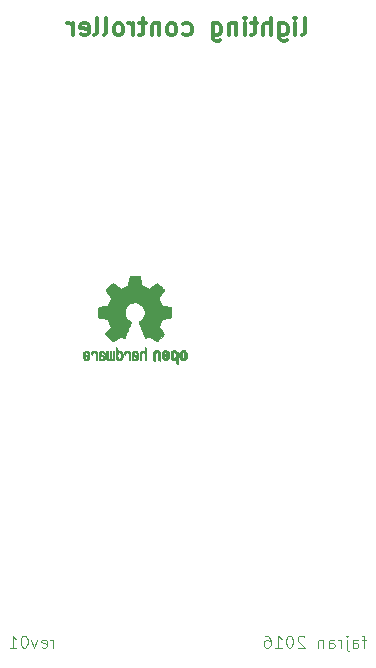
<source format=gbr>
G04 #@! TF.FileFunction,Legend,Bot*
%FSLAX46Y46*%
G04 Gerber Fmt 4.6, Leading zero omitted, Abs format (unit mm)*
G04 Created by KiCad (PCBNEW 4.0.3+e1-6302~38~ubuntu15.04.1-stable) date Sat Aug 27 17:27:27 2016*
%MOMM*%
%LPD*%
G01*
G04 APERTURE LIST*
%ADD10C,0.100000*%
%ADD11C,0.300000*%
%ADD12C,0.010000*%
G04 APERTURE END LIST*
D10*
X68674763Y-102052381D02*
X68674763Y-101385714D01*
X68674763Y-101576190D02*
X68627144Y-101480952D01*
X68579525Y-101433333D01*
X68484287Y-101385714D01*
X68389048Y-101385714D01*
X67674762Y-102004762D02*
X67770000Y-102052381D01*
X67960477Y-102052381D01*
X68055715Y-102004762D01*
X68103334Y-101909524D01*
X68103334Y-101528571D01*
X68055715Y-101433333D01*
X67960477Y-101385714D01*
X67770000Y-101385714D01*
X67674762Y-101433333D01*
X67627143Y-101528571D01*
X67627143Y-101623810D01*
X68103334Y-101719048D01*
X67293810Y-101385714D02*
X67055715Y-102052381D01*
X66817619Y-101385714D01*
X66246191Y-101052381D02*
X66150952Y-101052381D01*
X66055714Y-101100000D01*
X66008095Y-101147619D01*
X65960476Y-101242857D01*
X65912857Y-101433333D01*
X65912857Y-101671429D01*
X65960476Y-101861905D01*
X66008095Y-101957143D01*
X66055714Y-102004762D01*
X66150952Y-102052381D01*
X66246191Y-102052381D01*
X66341429Y-102004762D01*
X66389048Y-101957143D01*
X66436667Y-101861905D01*
X66484286Y-101671429D01*
X66484286Y-101433333D01*
X66436667Y-101242857D01*
X66389048Y-101147619D01*
X66341429Y-101100000D01*
X66246191Y-101052381D01*
X64960476Y-102052381D02*
X65531905Y-102052381D01*
X65246191Y-102052381D02*
X65246191Y-101052381D01*
X65341429Y-101195238D01*
X65436667Y-101290476D01*
X65531905Y-101338095D01*
X95154762Y-101385714D02*
X94773810Y-101385714D01*
X95011905Y-102052381D02*
X95011905Y-101195238D01*
X94964286Y-101100000D01*
X94869048Y-101052381D01*
X94773810Y-101052381D01*
X94011904Y-102052381D02*
X94011904Y-101528571D01*
X94059523Y-101433333D01*
X94154761Y-101385714D01*
X94345238Y-101385714D01*
X94440476Y-101433333D01*
X94011904Y-102004762D02*
X94107142Y-102052381D01*
X94345238Y-102052381D01*
X94440476Y-102004762D01*
X94488095Y-101909524D01*
X94488095Y-101814286D01*
X94440476Y-101719048D01*
X94345238Y-101671429D01*
X94107142Y-101671429D01*
X94011904Y-101623810D01*
X93535714Y-101385714D02*
X93535714Y-102242857D01*
X93583333Y-102338095D01*
X93678571Y-102385714D01*
X93726190Y-102385714D01*
X93535714Y-101052381D02*
X93583333Y-101100000D01*
X93535714Y-101147619D01*
X93488095Y-101100000D01*
X93535714Y-101052381D01*
X93535714Y-101147619D01*
X93059524Y-102052381D02*
X93059524Y-101385714D01*
X93059524Y-101576190D02*
X93011905Y-101480952D01*
X92964286Y-101433333D01*
X92869048Y-101385714D01*
X92773809Y-101385714D01*
X92011904Y-102052381D02*
X92011904Y-101528571D01*
X92059523Y-101433333D01*
X92154761Y-101385714D01*
X92345238Y-101385714D01*
X92440476Y-101433333D01*
X92011904Y-102004762D02*
X92107142Y-102052381D01*
X92345238Y-102052381D01*
X92440476Y-102004762D01*
X92488095Y-101909524D01*
X92488095Y-101814286D01*
X92440476Y-101719048D01*
X92345238Y-101671429D01*
X92107142Y-101671429D01*
X92011904Y-101623810D01*
X91535714Y-101385714D02*
X91535714Y-102052381D01*
X91535714Y-101480952D02*
X91488095Y-101433333D01*
X91392857Y-101385714D01*
X91249999Y-101385714D01*
X91154761Y-101433333D01*
X91107142Y-101528571D01*
X91107142Y-102052381D01*
X89916666Y-101147619D02*
X89869047Y-101100000D01*
X89773809Y-101052381D01*
X89535713Y-101052381D01*
X89440475Y-101100000D01*
X89392856Y-101147619D01*
X89345237Y-101242857D01*
X89345237Y-101338095D01*
X89392856Y-101480952D01*
X89964285Y-102052381D01*
X89345237Y-102052381D01*
X88726190Y-101052381D02*
X88630951Y-101052381D01*
X88535713Y-101100000D01*
X88488094Y-101147619D01*
X88440475Y-101242857D01*
X88392856Y-101433333D01*
X88392856Y-101671429D01*
X88440475Y-101861905D01*
X88488094Y-101957143D01*
X88535713Y-102004762D01*
X88630951Y-102052381D01*
X88726190Y-102052381D01*
X88821428Y-102004762D01*
X88869047Y-101957143D01*
X88916666Y-101861905D01*
X88964285Y-101671429D01*
X88964285Y-101433333D01*
X88916666Y-101242857D01*
X88869047Y-101147619D01*
X88821428Y-101100000D01*
X88726190Y-101052381D01*
X87440475Y-102052381D02*
X88011904Y-102052381D01*
X87726190Y-102052381D02*
X87726190Y-101052381D01*
X87821428Y-101195238D01*
X87916666Y-101290476D01*
X88011904Y-101338095D01*
X86583332Y-101052381D02*
X86773809Y-101052381D01*
X86869047Y-101100000D01*
X86916666Y-101147619D01*
X87011904Y-101290476D01*
X87059523Y-101480952D01*
X87059523Y-101861905D01*
X87011904Y-101957143D01*
X86964285Y-102004762D01*
X86869047Y-102052381D01*
X86678570Y-102052381D01*
X86583332Y-102004762D01*
X86535713Y-101957143D01*
X86488094Y-101861905D01*
X86488094Y-101623810D01*
X86535713Y-101528571D01*
X86583332Y-101480952D01*
X86678570Y-101433333D01*
X86869047Y-101433333D01*
X86964285Y-101480952D01*
X87011904Y-101528571D01*
X87059523Y-101623810D01*
D11*
X89724285Y-50208571D02*
X89867143Y-50137143D01*
X89938571Y-49994286D01*
X89938571Y-48708571D01*
X89152857Y-50208571D02*
X89152857Y-49208571D01*
X89152857Y-48708571D02*
X89224286Y-48780000D01*
X89152857Y-48851429D01*
X89081429Y-48780000D01*
X89152857Y-48708571D01*
X89152857Y-48851429D01*
X87795714Y-49208571D02*
X87795714Y-50422857D01*
X87867143Y-50565714D01*
X87938571Y-50637143D01*
X88081428Y-50708571D01*
X88295714Y-50708571D01*
X88438571Y-50637143D01*
X87795714Y-50137143D02*
X87938571Y-50208571D01*
X88224285Y-50208571D01*
X88367143Y-50137143D01*
X88438571Y-50065714D01*
X88510000Y-49922857D01*
X88510000Y-49494286D01*
X88438571Y-49351429D01*
X88367143Y-49280000D01*
X88224285Y-49208571D01*
X87938571Y-49208571D01*
X87795714Y-49280000D01*
X87081428Y-50208571D02*
X87081428Y-48708571D01*
X86438571Y-50208571D02*
X86438571Y-49422857D01*
X86510000Y-49280000D01*
X86652857Y-49208571D01*
X86867142Y-49208571D01*
X87010000Y-49280000D01*
X87081428Y-49351429D01*
X85938571Y-49208571D02*
X85367142Y-49208571D01*
X85724285Y-48708571D02*
X85724285Y-49994286D01*
X85652857Y-50137143D01*
X85509999Y-50208571D01*
X85367142Y-50208571D01*
X84867142Y-50208571D02*
X84867142Y-49208571D01*
X84867142Y-48708571D02*
X84938571Y-48780000D01*
X84867142Y-48851429D01*
X84795714Y-48780000D01*
X84867142Y-48708571D01*
X84867142Y-48851429D01*
X84152856Y-49208571D02*
X84152856Y-50208571D01*
X84152856Y-49351429D02*
X84081428Y-49280000D01*
X83938570Y-49208571D01*
X83724285Y-49208571D01*
X83581428Y-49280000D01*
X83509999Y-49422857D01*
X83509999Y-50208571D01*
X82152856Y-49208571D02*
X82152856Y-50422857D01*
X82224285Y-50565714D01*
X82295713Y-50637143D01*
X82438570Y-50708571D01*
X82652856Y-50708571D01*
X82795713Y-50637143D01*
X82152856Y-50137143D02*
X82295713Y-50208571D01*
X82581427Y-50208571D01*
X82724285Y-50137143D01*
X82795713Y-50065714D01*
X82867142Y-49922857D01*
X82867142Y-49494286D01*
X82795713Y-49351429D01*
X82724285Y-49280000D01*
X82581427Y-49208571D01*
X82295713Y-49208571D01*
X82152856Y-49280000D01*
X79652856Y-50137143D02*
X79795713Y-50208571D01*
X80081427Y-50208571D01*
X80224285Y-50137143D01*
X80295713Y-50065714D01*
X80367142Y-49922857D01*
X80367142Y-49494286D01*
X80295713Y-49351429D01*
X80224285Y-49280000D01*
X80081427Y-49208571D01*
X79795713Y-49208571D01*
X79652856Y-49280000D01*
X78795713Y-50208571D02*
X78938571Y-50137143D01*
X79009999Y-50065714D01*
X79081428Y-49922857D01*
X79081428Y-49494286D01*
X79009999Y-49351429D01*
X78938571Y-49280000D01*
X78795713Y-49208571D01*
X78581428Y-49208571D01*
X78438571Y-49280000D01*
X78367142Y-49351429D01*
X78295713Y-49494286D01*
X78295713Y-49922857D01*
X78367142Y-50065714D01*
X78438571Y-50137143D01*
X78581428Y-50208571D01*
X78795713Y-50208571D01*
X77652856Y-49208571D02*
X77652856Y-50208571D01*
X77652856Y-49351429D02*
X77581428Y-49280000D01*
X77438570Y-49208571D01*
X77224285Y-49208571D01*
X77081428Y-49280000D01*
X77009999Y-49422857D01*
X77009999Y-50208571D01*
X76509999Y-49208571D02*
X75938570Y-49208571D01*
X76295713Y-48708571D02*
X76295713Y-49994286D01*
X76224285Y-50137143D01*
X76081427Y-50208571D01*
X75938570Y-50208571D01*
X75438570Y-50208571D02*
X75438570Y-49208571D01*
X75438570Y-49494286D02*
X75367142Y-49351429D01*
X75295713Y-49280000D01*
X75152856Y-49208571D01*
X75009999Y-49208571D01*
X74295713Y-50208571D02*
X74438571Y-50137143D01*
X74509999Y-50065714D01*
X74581428Y-49922857D01*
X74581428Y-49494286D01*
X74509999Y-49351429D01*
X74438571Y-49280000D01*
X74295713Y-49208571D01*
X74081428Y-49208571D01*
X73938571Y-49280000D01*
X73867142Y-49351429D01*
X73795713Y-49494286D01*
X73795713Y-49922857D01*
X73867142Y-50065714D01*
X73938571Y-50137143D01*
X74081428Y-50208571D01*
X74295713Y-50208571D01*
X72938570Y-50208571D02*
X73081428Y-50137143D01*
X73152856Y-49994286D01*
X73152856Y-48708571D01*
X72152856Y-50208571D02*
X72295714Y-50137143D01*
X72367142Y-49994286D01*
X72367142Y-48708571D01*
X71010000Y-50137143D02*
X71152857Y-50208571D01*
X71438571Y-50208571D01*
X71581428Y-50137143D01*
X71652857Y-49994286D01*
X71652857Y-49422857D01*
X71581428Y-49280000D01*
X71438571Y-49208571D01*
X71152857Y-49208571D01*
X71010000Y-49280000D01*
X70938571Y-49422857D01*
X70938571Y-49565714D01*
X71652857Y-49708571D01*
X70295714Y-50208571D02*
X70295714Y-49208571D01*
X70295714Y-49494286D02*
X70224286Y-49351429D01*
X70152857Y-49280000D01*
X70010000Y-49208571D01*
X69867143Y-49208571D01*
D12*
G36*
X78796114Y-76879505D02*
X78721461Y-76916727D01*
X78655569Y-76985261D01*
X78637423Y-77010648D01*
X78617655Y-77043866D01*
X78604828Y-77079945D01*
X78597490Y-77128098D01*
X78594187Y-77197536D01*
X78593462Y-77289206D01*
X78596737Y-77414830D01*
X78608123Y-77509154D01*
X78629959Y-77579523D01*
X78664581Y-77633286D01*
X78714330Y-77677788D01*
X78717986Y-77680423D01*
X78767015Y-77707377D01*
X78826055Y-77720712D01*
X78901141Y-77724000D01*
X79023205Y-77724000D01*
X79023256Y-77842497D01*
X79024392Y-77908492D01*
X79031314Y-77947202D01*
X79049402Y-77970419D01*
X79084038Y-77989933D01*
X79092355Y-77993920D01*
X79131280Y-78012603D01*
X79161417Y-78024403D01*
X79183826Y-78025422D01*
X79199567Y-78011761D01*
X79209698Y-77979522D01*
X79215277Y-77924804D01*
X79217365Y-77843711D01*
X79217019Y-77732344D01*
X79215300Y-77586802D01*
X79214763Y-77543269D01*
X79212828Y-77393205D01*
X79211096Y-77295042D01*
X79023308Y-77295042D01*
X79022252Y-77378364D01*
X79017562Y-77432880D01*
X79006949Y-77468837D01*
X78988128Y-77496482D01*
X78975350Y-77509965D01*
X78923110Y-77549417D01*
X78876858Y-77552628D01*
X78829133Y-77520049D01*
X78827923Y-77518846D01*
X78808506Y-77493668D01*
X78796693Y-77459447D01*
X78790735Y-77406748D01*
X78788880Y-77326131D01*
X78788846Y-77308271D01*
X78793330Y-77197175D01*
X78807926Y-77120161D01*
X78834350Y-77073147D01*
X78874317Y-77052050D01*
X78897416Y-77049923D01*
X78952238Y-77059900D01*
X78989842Y-77092752D01*
X79012477Y-77152857D01*
X79022394Y-77244598D01*
X79023308Y-77295042D01*
X79211096Y-77295042D01*
X79210778Y-77277060D01*
X79208127Y-77189679D01*
X79204394Y-77125905D01*
X79199093Y-77080582D01*
X79191742Y-77048555D01*
X79181857Y-77024668D01*
X79168954Y-77003764D01*
X79163421Y-76995898D01*
X79090031Y-76921595D01*
X78997240Y-76879467D01*
X78889904Y-76867722D01*
X78796114Y-76879505D01*
X78796114Y-76879505D01*
G37*
X78796114Y-76879505D02*
X78721461Y-76916727D01*
X78655569Y-76985261D01*
X78637423Y-77010648D01*
X78617655Y-77043866D01*
X78604828Y-77079945D01*
X78597490Y-77128098D01*
X78594187Y-77197536D01*
X78593462Y-77289206D01*
X78596737Y-77414830D01*
X78608123Y-77509154D01*
X78629959Y-77579523D01*
X78664581Y-77633286D01*
X78714330Y-77677788D01*
X78717986Y-77680423D01*
X78767015Y-77707377D01*
X78826055Y-77720712D01*
X78901141Y-77724000D01*
X79023205Y-77724000D01*
X79023256Y-77842497D01*
X79024392Y-77908492D01*
X79031314Y-77947202D01*
X79049402Y-77970419D01*
X79084038Y-77989933D01*
X79092355Y-77993920D01*
X79131280Y-78012603D01*
X79161417Y-78024403D01*
X79183826Y-78025422D01*
X79199567Y-78011761D01*
X79209698Y-77979522D01*
X79215277Y-77924804D01*
X79217365Y-77843711D01*
X79217019Y-77732344D01*
X79215300Y-77586802D01*
X79214763Y-77543269D01*
X79212828Y-77393205D01*
X79211096Y-77295042D01*
X79023308Y-77295042D01*
X79022252Y-77378364D01*
X79017562Y-77432880D01*
X79006949Y-77468837D01*
X78988128Y-77496482D01*
X78975350Y-77509965D01*
X78923110Y-77549417D01*
X78876858Y-77552628D01*
X78829133Y-77520049D01*
X78827923Y-77518846D01*
X78808506Y-77493668D01*
X78796693Y-77459447D01*
X78790735Y-77406748D01*
X78788880Y-77326131D01*
X78788846Y-77308271D01*
X78793330Y-77197175D01*
X78807926Y-77120161D01*
X78834350Y-77073147D01*
X78874317Y-77052050D01*
X78897416Y-77049923D01*
X78952238Y-77059900D01*
X78989842Y-77092752D01*
X79012477Y-77152857D01*
X79022394Y-77244598D01*
X79023308Y-77295042D01*
X79211096Y-77295042D01*
X79210778Y-77277060D01*
X79208127Y-77189679D01*
X79204394Y-77125905D01*
X79199093Y-77080582D01*
X79191742Y-77048555D01*
X79181857Y-77024668D01*
X79168954Y-77003764D01*
X79163421Y-76995898D01*
X79090031Y-76921595D01*
X78997240Y-76879467D01*
X78889904Y-76867722D01*
X78796114Y-76879505D01*
G36*
X77293336Y-76890089D02*
X77230633Y-76926358D01*
X77187039Y-76962358D01*
X77155155Y-77000075D01*
X77133190Y-77046199D01*
X77119351Y-77107421D01*
X77111847Y-77190431D01*
X77108883Y-77301919D01*
X77108539Y-77382062D01*
X77108539Y-77677065D01*
X77274615Y-77751515D01*
X77284385Y-77428402D01*
X77288421Y-77307729D01*
X77292656Y-77220141D01*
X77297903Y-77159650D01*
X77304975Y-77120268D01*
X77314689Y-77096007D01*
X77327856Y-77080880D01*
X77332081Y-77077606D01*
X77396091Y-77052034D01*
X77460792Y-77062153D01*
X77499308Y-77089000D01*
X77514975Y-77108024D01*
X77525820Y-77132988D01*
X77532712Y-77170834D01*
X77536521Y-77228502D01*
X77538117Y-77312935D01*
X77538385Y-77400928D01*
X77538437Y-77511323D01*
X77540328Y-77589463D01*
X77546655Y-77642165D01*
X77560017Y-77676242D01*
X77583015Y-77698511D01*
X77618246Y-77715787D01*
X77665303Y-77733738D01*
X77716697Y-77753278D01*
X77710579Y-77406485D01*
X77708116Y-77281468D01*
X77705233Y-77189082D01*
X77701102Y-77122881D01*
X77694893Y-77076420D01*
X77685774Y-77043256D01*
X77672917Y-77016944D01*
X77657416Y-76993729D01*
X77582629Y-76919569D01*
X77491372Y-76876684D01*
X77392117Y-76866412D01*
X77293336Y-76890089D01*
X77293336Y-76890089D01*
G37*
X77293336Y-76890089D02*
X77230633Y-76926358D01*
X77187039Y-76962358D01*
X77155155Y-77000075D01*
X77133190Y-77046199D01*
X77119351Y-77107421D01*
X77111847Y-77190431D01*
X77108883Y-77301919D01*
X77108539Y-77382062D01*
X77108539Y-77677065D01*
X77274615Y-77751515D01*
X77284385Y-77428402D01*
X77288421Y-77307729D01*
X77292656Y-77220141D01*
X77297903Y-77159650D01*
X77304975Y-77120268D01*
X77314689Y-77096007D01*
X77327856Y-77080880D01*
X77332081Y-77077606D01*
X77396091Y-77052034D01*
X77460792Y-77062153D01*
X77499308Y-77089000D01*
X77514975Y-77108024D01*
X77525820Y-77132988D01*
X77532712Y-77170834D01*
X77536521Y-77228502D01*
X77538117Y-77312935D01*
X77538385Y-77400928D01*
X77538437Y-77511323D01*
X77540328Y-77589463D01*
X77546655Y-77642165D01*
X77560017Y-77676242D01*
X77583015Y-77698511D01*
X77618246Y-77715787D01*
X77665303Y-77733738D01*
X77716697Y-77753278D01*
X77710579Y-77406485D01*
X77708116Y-77281468D01*
X77705233Y-77189082D01*
X77701102Y-77122881D01*
X77694893Y-77076420D01*
X77685774Y-77043256D01*
X77672917Y-77016944D01*
X77657416Y-76993729D01*
X77582629Y-76919569D01*
X77491372Y-76876684D01*
X77392117Y-76866412D01*
X77293336Y-76890089D01*
G36*
X79548114Y-76882256D02*
X79456536Y-76930409D01*
X79388951Y-77007905D01*
X79364943Y-77057727D01*
X79346262Y-77132533D01*
X79336699Y-77227052D01*
X79335792Y-77330210D01*
X79343079Y-77430935D01*
X79358097Y-77518153D01*
X79380385Y-77580791D01*
X79387235Y-77591579D01*
X79468368Y-77672105D01*
X79564734Y-77720336D01*
X79669299Y-77734450D01*
X79775032Y-77712629D01*
X79804457Y-77699547D01*
X79861759Y-77659231D01*
X79912050Y-77605775D01*
X79916803Y-77598995D01*
X79936122Y-77566321D01*
X79948892Y-77531394D01*
X79956436Y-77485414D01*
X79960076Y-77419584D01*
X79961135Y-77325105D01*
X79961154Y-77303923D01*
X79961106Y-77297182D01*
X79765769Y-77297182D01*
X79764632Y-77386349D01*
X79760159Y-77445520D01*
X79750754Y-77483741D01*
X79734824Y-77510053D01*
X79726692Y-77518846D01*
X79679942Y-77552261D01*
X79634553Y-77550737D01*
X79588660Y-77521752D01*
X79561288Y-77490809D01*
X79545077Y-77445643D01*
X79535974Y-77374420D01*
X79535349Y-77366114D01*
X79533796Y-77237037D01*
X79550035Y-77141172D01*
X79583848Y-77079107D01*
X79635016Y-77051432D01*
X79653280Y-77049923D01*
X79701240Y-77057513D01*
X79734047Y-77083808D01*
X79754105Y-77134095D01*
X79763822Y-77213664D01*
X79765769Y-77297182D01*
X79961106Y-77297182D01*
X79960426Y-77203249D01*
X79957371Y-77132906D01*
X79950678Y-77084163D01*
X79939040Y-77048288D01*
X79921147Y-77016548D01*
X79917192Y-77010648D01*
X79850733Y-76931104D01*
X79778315Y-76884929D01*
X79690151Y-76866599D01*
X79660213Y-76865703D01*
X79548114Y-76882256D01*
X79548114Y-76882256D01*
G37*
X79548114Y-76882256D02*
X79456536Y-76930409D01*
X79388951Y-77007905D01*
X79364943Y-77057727D01*
X79346262Y-77132533D01*
X79336699Y-77227052D01*
X79335792Y-77330210D01*
X79343079Y-77430935D01*
X79358097Y-77518153D01*
X79380385Y-77580791D01*
X79387235Y-77591579D01*
X79468368Y-77672105D01*
X79564734Y-77720336D01*
X79669299Y-77734450D01*
X79775032Y-77712629D01*
X79804457Y-77699547D01*
X79861759Y-77659231D01*
X79912050Y-77605775D01*
X79916803Y-77598995D01*
X79936122Y-77566321D01*
X79948892Y-77531394D01*
X79956436Y-77485414D01*
X79960076Y-77419584D01*
X79961135Y-77325105D01*
X79961154Y-77303923D01*
X79961106Y-77297182D01*
X79765769Y-77297182D01*
X79764632Y-77386349D01*
X79760159Y-77445520D01*
X79750754Y-77483741D01*
X79734824Y-77510053D01*
X79726692Y-77518846D01*
X79679942Y-77552261D01*
X79634553Y-77550737D01*
X79588660Y-77521752D01*
X79561288Y-77490809D01*
X79545077Y-77445643D01*
X79535974Y-77374420D01*
X79535349Y-77366114D01*
X79533796Y-77237037D01*
X79550035Y-77141172D01*
X79583848Y-77079107D01*
X79635016Y-77051432D01*
X79653280Y-77049923D01*
X79701240Y-77057513D01*
X79734047Y-77083808D01*
X79754105Y-77134095D01*
X79763822Y-77213664D01*
X79765769Y-77297182D01*
X79961106Y-77297182D01*
X79960426Y-77203249D01*
X79957371Y-77132906D01*
X79950678Y-77084163D01*
X79939040Y-77048288D01*
X79921147Y-77016548D01*
X79917192Y-77010648D01*
X79850733Y-76931104D01*
X79778315Y-76884929D01*
X79690151Y-76866599D01*
X79660213Y-76865703D01*
X79548114Y-76882256D01*
G36*
X78030746Y-76894745D02*
X77953714Y-76946567D01*
X77894184Y-77021412D01*
X77858622Y-77116654D01*
X77851429Y-77186756D01*
X77852246Y-77216009D01*
X77859086Y-77238407D01*
X77877888Y-77258474D01*
X77914592Y-77280733D01*
X77975138Y-77309709D01*
X78065466Y-77349927D01*
X78065923Y-77350129D01*
X78149067Y-77388210D01*
X78217247Y-77422025D01*
X78263495Y-77447933D01*
X78280842Y-77462295D01*
X78280846Y-77462411D01*
X78265557Y-77493685D01*
X78229804Y-77528157D01*
X78188758Y-77552990D01*
X78167963Y-77557923D01*
X78111230Y-77540862D01*
X78062373Y-77498133D01*
X78038535Y-77451155D01*
X78015603Y-77416522D01*
X77970682Y-77377081D01*
X77917877Y-77343009D01*
X77871290Y-77324480D01*
X77861548Y-77323462D01*
X77850582Y-77340215D01*
X77849921Y-77383039D01*
X77857980Y-77440781D01*
X77873173Y-77502289D01*
X77893914Y-77556409D01*
X77894962Y-77558510D01*
X77957379Y-77645660D01*
X78038274Y-77704939D01*
X78130144Y-77734034D01*
X78225487Y-77730634D01*
X78316802Y-77692428D01*
X78320862Y-77689741D01*
X78392694Y-77624642D01*
X78439927Y-77539705D01*
X78466066Y-77428021D01*
X78469574Y-77396643D01*
X78475787Y-77248536D01*
X78468339Y-77179468D01*
X78280846Y-77179468D01*
X78278410Y-77222552D01*
X78265086Y-77235126D01*
X78231868Y-77225719D01*
X78179506Y-77203483D01*
X78120976Y-77175610D01*
X78119521Y-77174872D01*
X78069911Y-77148777D01*
X78050000Y-77131363D01*
X78054910Y-77113107D01*
X78075584Y-77089120D01*
X78128181Y-77054406D01*
X78184823Y-77051856D01*
X78235631Y-77077119D01*
X78270724Y-77125847D01*
X78280846Y-77179468D01*
X78468339Y-77179468D01*
X78463008Y-77130036D01*
X78430222Y-77036055D01*
X78384579Y-76970215D01*
X78302198Y-76903681D01*
X78211454Y-76870676D01*
X78118815Y-76868573D01*
X78030746Y-76894745D01*
X78030746Y-76894745D01*
G37*
X78030746Y-76894745D02*
X77953714Y-76946567D01*
X77894184Y-77021412D01*
X77858622Y-77116654D01*
X77851429Y-77186756D01*
X77852246Y-77216009D01*
X77859086Y-77238407D01*
X77877888Y-77258474D01*
X77914592Y-77280733D01*
X77975138Y-77309709D01*
X78065466Y-77349927D01*
X78065923Y-77350129D01*
X78149067Y-77388210D01*
X78217247Y-77422025D01*
X78263495Y-77447933D01*
X78280842Y-77462295D01*
X78280846Y-77462411D01*
X78265557Y-77493685D01*
X78229804Y-77528157D01*
X78188758Y-77552990D01*
X78167963Y-77557923D01*
X78111230Y-77540862D01*
X78062373Y-77498133D01*
X78038535Y-77451155D01*
X78015603Y-77416522D01*
X77970682Y-77377081D01*
X77917877Y-77343009D01*
X77871290Y-77324480D01*
X77861548Y-77323462D01*
X77850582Y-77340215D01*
X77849921Y-77383039D01*
X77857980Y-77440781D01*
X77873173Y-77502289D01*
X77893914Y-77556409D01*
X77894962Y-77558510D01*
X77957379Y-77645660D01*
X78038274Y-77704939D01*
X78130144Y-77734034D01*
X78225487Y-77730634D01*
X78316802Y-77692428D01*
X78320862Y-77689741D01*
X78392694Y-77624642D01*
X78439927Y-77539705D01*
X78466066Y-77428021D01*
X78469574Y-77396643D01*
X78475787Y-77248536D01*
X78468339Y-77179468D01*
X78280846Y-77179468D01*
X78278410Y-77222552D01*
X78265086Y-77235126D01*
X78231868Y-77225719D01*
X78179506Y-77203483D01*
X78120976Y-77175610D01*
X78119521Y-77174872D01*
X78069911Y-77148777D01*
X78050000Y-77131363D01*
X78054910Y-77113107D01*
X78075584Y-77089120D01*
X78128181Y-77054406D01*
X78184823Y-77051856D01*
X78235631Y-77077119D01*
X78270724Y-77125847D01*
X78280846Y-77179468D01*
X78468339Y-77179468D01*
X78463008Y-77130036D01*
X78430222Y-77036055D01*
X78384579Y-76970215D01*
X78302198Y-76903681D01*
X78211454Y-76870676D01*
X78118815Y-76868573D01*
X78030746Y-76894745D01*
G36*
X76405154Y-76787120D02*
X76399428Y-76866980D01*
X76392851Y-76914039D01*
X76383738Y-76934566D01*
X76370402Y-76934829D01*
X76366077Y-76932378D01*
X76308556Y-76914636D01*
X76233732Y-76915672D01*
X76157661Y-76933910D01*
X76110082Y-76957505D01*
X76061298Y-76995198D01*
X76025636Y-77037855D01*
X76001155Y-77092057D01*
X75985913Y-77164384D01*
X75977970Y-77261419D01*
X75975384Y-77389742D01*
X75975338Y-77414358D01*
X75975308Y-77690870D01*
X76036839Y-77712320D01*
X76080541Y-77726912D01*
X76104518Y-77733706D01*
X76105223Y-77733769D01*
X76107585Y-77715345D01*
X76109594Y-77664526D01*
X76111099Y-77587993D01*
X76111947Y-77492430D01*
X76112077Y-77434329D01*
X76112349Y-77319771D01*
X76113748Y-77237667D01*
X76117151Y-77181393D01*
X76123433Y-77144326D01*
X76133471Y-77119844D01*
X76148139Y-77101325D01*
X76157298Y-77092406D01*
X76220211Y-77056466D01*
X76288864Y-77053775D01*
X76351152Y-77084170D01*
X76362671Y-77095144D01*
X76379567Y-77115779D01*
X76391286Y-77140256D01*
X76398767Y-77175647D01*
X76402946Y-77229026D01*
X76404763Y-77307466D01*
X76405154Y-77415617D01*
X76405154Y-77690870D01*
X76466685Y-77712320D01*
X76510387Y-77726912D01*
X76534364Y-77733706D01*
X76535070Y-77733769D01*
X76536874Y-77715069D01*
X76538500Y-77662322D01*
X76539883Y-77580557D01*
X76540958Y-77474805D01*
X76541660Y-77350094D01*
X76541923Y-77211455D01*
X76541923Y-76676806D01*
X76414923Y-76623236D01*
X76405154Y-76787120D01*
X76405154Y-76787120D01*
G37*
X76405154Y-76787120D02*
X76399428Y-76866980D01*
X76392851Y-76914039D01*
X76383738Y-76934566D01*
X76370402Y-76934829D01*
X76366077Y-76932378D01*
X76308556Y-76914636D01*
X76233732Y-76915672D01*
X76157661Y-76933910D01*
X76110082Y-76957505D01*
X76061298Y-76995198D01*
X76025636Y-77037855D01*
X76001155Y-77092057D01*
X75985913Y-77164384D01*
X75977970Y-77261419D01*
X75975384Y-77389742D01*
X75975338Y-77414358D01*
X75975308Y-77690870D01*
X76036839Y-77712320D01*
X76080541Y-77726912D01*
X76104518Y-77733706D01*
X76105223Y-77733769D01*
X76107585Y-77715345D01*
X76109594Y-77664526D01*
X76111099Y-77587993D01*
X76111947Y-77492430D01*
X76112077Y-77434329D01*
X76112349Y-77319771D01*
X76113748Y-77237667D01*
X76117151Y-77181393D01*
X76123433Y-77144326D01*
X76133471Y-77119844D01*
X76148139Y-77101325D01*
X76157298Y-77092406D01*
X76220211Y-77056466D01*
X76288864Y-77053775D01*
X76351152Y-77084170D01*
X76362671Y-77095144D01*
X76379567Y-77115779D01*
X76391286Y-77140256D01*
X76398767Y-77175647D01*
X76402946Y-77229026D01*
X76404763Y-77307466D01*
X76405154Y-77415617D01*
X76405154Y-77690870D01*
X76466685Y-77712320D01*
X76510387Y-77726912D01*
X76534364Y-77733706D01*
X76535070Y-77733769D01*
X76536874Y-77715069D01*
X76538500Y-77662322D01*
X76539883Y-77580557D01*
X76540958Y-77474805D01*
X76541660Y-77350094D01*
X76541923Y-77211455D01*
X76541923Y-76676806D01*
X76414923Y-76623236D01*
X76405154Y-76787120D01*
G36*
X75511499Y-76921303D02*
X75434940Y-76949733D01*
X75434064Y-76950279D01*
X75386715Y-76985127D01*
X75351759Y-77025852D01*
X75327175Y-77078925D01*
X75310938Y-77150814D01*
X75301025Y-77247992D01*
X75295414Y-77376928D01*
X75294923Y-77395298D01*
X75287859Y-77672287D01*
X75347305Y-77703028D01*
X75390319Y-77723802D01*
X75416290Y-77733646D01*
X75417491Y-77733769D01*
X75421986Y-77715606D01*
X75425556Y-77666612D01*
X75427752Y-77595031D01*
X75428231Y-77537068D01*
X75428242Y-77443170D01*
X75432534Y-77384203D01*
X75447497Y-77356079D01*
X75479518Y-77354706D01*
X75534986Y-77375998D01*
X75618731Y-77415136D01*
X75680311Y-77447643D01*
X75711983Y-77475845D01*
X75721294Y-77506582D01*
X75721308Y-77508104D01*
X75705943Y-77561054D01*
X75660453Y-77589660D01*
X75590834Y-77593803D01*
X75540687Y-77593084D01*
X75514246Y-77607527D01*
X75497757Y-77642218D01*
X75488267Y-77686416D01*
X75501943Y-77711493D01*
X75507093Y-77715082D01*
X75555575Y-77729496D01*
X75623469Y-77731537D01*
X75693388Y-77721983D01*
X75742932Y-77704522D01*
X75811430Y-77646364D01*
X75850366Y-77565408D01*
X75858077Y-77502160D01*
X75852193Y-77445111D01*
X75830899Y-77398542D01*
X75788735Y-77357181D01*
X75720241Y-77315755D01*
X75619956Y-77268993D01*
X75613846Y-77266350D01*
X75523510Y-77224617D01*
X75467765Y-77190391D01*
X75443871Y-77159635D01*
X75449087Y-77128311D01*
X75480672Y-77092383D01*
X75490117Y-77084116D01*
X75553383Y-77052058D01*
X75618936Y-77053407D01*
X75676028Y-77084838D01*
X75713907Y-77143024D01*
X75717426Y-77154446D01*
X75751700Y-77209837D01*
X75795191Y-77236518D01*
X75858077Y-77262960D01*
X75858077Y-77194548D01*
X75838948Y-77095110D01*
X75782169Y-77003902D01*
X75752622Y-76973389D01*
X75685458Y-76934228D01*
X75600044Y-76916500D01*
X75511499Y-76921303D01*
X75511499Y-76921303D01*
G37*
X75511499Y-76921303D02*
X75434940Y-76949733D01*
X75434064Y-76950279D01*
X75386715Y-76985127D01*
X75351759Y-77025852D01*
X75327175Y-77078925D01*
X75310938Y-77150814D01*
X75301025Y-77247992D01*
X75295414Y-77376928D01*
X75294923Y-77395298D01*
X75287859Y-77672287D01*
X75347305Y-77703028D01*
X75390319Y-77723802D01*
X75416290Y-77733646D01*
X75417491Y-77733769D01*
X75421986Y-77715606D01*
X75425556Y-77666612D01*
X75427752Y-77595031D01*
X75428231Y-77537068D01*
X75428242Y-77443170D01*
X75432534Y-77384203D01*
X75447497Y-77356079D01*
X75479518Y-77354706D01*
X75534986Y-77375998D01*
X75618731Y-77415136D01*
X75680311Y-77447643D01*
X75711983Y-77475845D01*
X75721294Y-77506582D01*
X75721308Y-77508104D01*
X75705943Y-77561054D01*
X75660453Y-77589660D01*
X75590834Y-77593803D01*
X75540687Y-77593084D01*
X75514246Y-77607527D01*
X75497757Y-77642218D01*
X75488267Y-77686416D01*
X75501943Y-77711493D01*
X75507093Y-77715082D01*
X75555575Y-77729496D01*
X75623469Y-77731537D01*
X75693388Y-77721983D01*
X75742932Y-77704522D01*
X75811430Y-77646364D01*
X75850366Y-77565408D01*
X75858077Y-77502160D01*
X75852193Y-77445111D01*
X75830899Y-77398542D01*
X75788735Y-77357181D01*
X75720241Y-77315755D01*
X75619956Y-77268993D01*
X75613846Y-77266350D01*
X75523510Y-77224617D01*
X75467765Y-77190391D01*
X75443871Y-77159635D01*
X75449087Y-77128311D01*
X75480672Y-77092383D01*
X75490117Y-77084116D01*
X75553383Y-77052058D01*
X75618936Y-77053407D01*
X75676028Y-77084838D01*
X75713907Y-77143024D01*
X75717426Y-77154446D01*
X75751700Y-77209837D01*
X75795191Y-77236518D01*
X75858077Y-77262960D01*
X75858077Y-77194548D01*
X75838948Y-77095110D01*
X75782169Y-77003902D01*
X75752622Y-76973389D01*
X75685458Y-76934228D01*
X75600044Y-76916500D01*
X75511499Y-76921303D01*
G36*
X74851638Y-76919670D02*
X74762883Y-76952421D01*
X74690978Y-77010350D01*
X74662856Y-77051128D01*
X74632198Y-77125954D01*
X74632835Y-77180058D01*
X74665013Y-77216446D01*
X74676919Y-77222633D01*
X74728325Y-77241925D01*
X74754578Y-77236982D01*
X74763470Y-77204587D01*
X74763923Y-77186692D01*
X74780203Y-77120859D01*
X74822635Y-77074807D01*
X74881612Y-77052564D01*
X74947525Y-77058161D01*
X75001105Y-77087229D01*
X75019202Y-77103810D01*
X75032029Y-77123925D01*
X75040694Y-77154332D01*
X75046304Y-77201788D01*
X75049965Y-77273050D01*
X75052785Y-77374875D01*
X75053516Y-77407115D01*
X75056180Y-77517410D01*
X75059208Y-77595036D01*
X75063750Y-77646396D01*
X75070954Y-77677890D01*
X75081967Y-77695920D01*
X75097940Y-77706888D01*
X75108166Y-77711733D01*
X75151594Y-77728301D01*
X75177158Y-77733769D01*
X75185605Y-77715507D01*
X75190761Y-77660296D01*
X75192654Y-77567499D01*
X75191311Y-77436478D01*
X75190893Y-77416269D01*
X75187942Y-77296733D01*
X75184452Y-77209449D01*
X75179486Y-77147591D01*
X75172107Y-77104336D01*
X75161376Y-77072860D01*
X75146355Y-77046339D01*
X75138498Y-77034975D01*
X75093447Y-76984692D01*
X75043060Y-76945581D01*
X75036892Y-76942167D01*
X74946542Y-76915212D01*
X74851638Y-76919670D01*
X74851638Y-76919670D01*
G37*
X74851638Y-76919670D02*
X74762883Y-76952421D01*
X74690978Y-77010350D01*
X74662856Y-77051128D01*
X74632198Y-77125954D01*
X74632835Y-77180058D01*
X74665013Y-77216446D01*
X74676919Y-77222633D01*
X74728325Y-77241925D01*
X74754578Y-77236982D01*
X74763470Y-77204587D01*
X74763923Y-77186692D01*
X74780203Y-77120859D01*
X74822635Y-77074807D01*
X74881612Y-77052564D01*
X74947525Y-77058161D01*
X75001105Y-77087229D01*
X75019202Y-77103810D01*
X75032029Y-77123925D01*
X75040694Y-77154332D01*
X75046304Y-77201788D01*
X75049965Y-77273050D01*
X75052785Y-77374875D01*
X75053516Y-77407115D01*
X75056180Y-77517410D01*
X75059208Y-77595036D01*
X75063750Y-77646396D01*
X75070954Y-77677890D01*
X75081967Y-77695920D01*
X75097940Y-77706888D01*
X75108166Y-77711733D01*
X75151594Y-77728301D01*
X75177158Y-77733769D01*
X75185605Y-77715507D01*
X75190761Y-77660296D01*
X75192654Y-77567499D01*
X75191311Y-77436478D01*
X75190893Y-77416269D01*
X75187942Y-77296733D01*
X75184452Y-77209449D01*
X75179486Y-77147591D01*
X75172107Y-77104336D01*
X75161376Y-77072860D01*
X75146355Y-77046339D01*
X75138498Y-77034975D01*
X75093447Y-76984692D01*
X75043060Y-76945581D01*
X75036892Y-76942167D01*
X74946542Y-76915212D01*
X74851638Y-76919670D01*
G36*
X73962919Y-77075289D02*
X73963167Y-77221320D01*
X73964128Y-77333655D01*
X73966206Y-77417678D01*
X73969807Y-77478769D01*
X73975335Y-77522309D01*
X73983196Y-77553679D01*
X73993793Y-77578262D01*
X74001818Y-77592294D01*
X74068272Y-77668388D01*
X74152530Y-77716084D01*
X74245751Y-77733199D01*
X74339100Y-77717546D01*
X74394688Y-77689418D01*
X74453043Y-77640760D01*
X74492814Y-77581333D01*
X74516810Y-77503507D01*
X74527839Y-77399652D01*
X74529401Y-77323462D01*
X74529191Y-77317986D01*
X74392692Y-77317986D01*
X74391859Y-77405355D01*
X74388039Y-77463192D01*
X74379254Y-77501029D01*
X74363526Y-77528398D01*
X74344734Y-77549042D01*
X74281625Y-77588890D01*
X74213863Y-77592295D01*
X74149821Y-77559025D01*
X74144836Y-77554517D01*
X74123561Y-77531067D01*
X74110221Y-77503166D01*
X74102999Y-77461641D01*
X74100077Y-77397316D01*
X74099615Y-77326200D01*
X74100617Y-77236858D01*
X74104762Y-77177258D01*
X74113764Y-77138089D01*
X74129333Y-77110040D01*
X74142098Y-77095144D01*
X74201400Y-77057575D01*
X74269699Y-77053057D01*
X74334890Y-77081753D01*
X74347472Y-77092406D01*
X74368889Y-77116063D01*
X74382256Y-77144251D01*
X74389434Y-77186245D01*
X74392281Y-77251319D01*
X74392692Y-77317986D01*
X74529191Y-77317986D01*
X74524678Y-77200765D01*
X74508638Y-77108577D01*
X74478472Y-77039269D01*
X74431371Y-76985211D01*
X74394688Y-76957505D01*
X74328010Y-76927572D01*
X74250728Y-76913678D01*
X74178890Y-76917397D01*
X74138692Y-76932400D01*
X74122918Y-76936670D01*
X74112450Y-76920750D01*
X74105144Y-76878089D01*
X74099615Y-76813106D01*
X74093563Y-76740732D01*
X74085156Y-76697187D01*
X74069859Y-76672287D01*
X74043136Y-76655845D01*
X74026346Y-76648564D01*
X73962846Y-76621963D01*
X73962919Y-77075289D01*
X73962919Y-77075289D01*
G37*
X73962919Y-77075289D02*
X73963167Y-77221320D01*
X73964128Y-77333655D01*
X73966206Y-77417678D01*
X73969807Y-77478769D01*
X73975335Y-77522309D01*
X73983196Y-77553679D01*
X73993793Y-77578262D01*
X74001818Y-77592294D01*
X74068272Y-77668388D01*
X74152530Y-77716084D01*
X74245751Y-77733199D01*
X74339100Y-77717546D01*
X74394688Y-77689418D01*
X74453043Y-77640760D01*
X74492814Y-77581333D01*
X74516810Y-77503507D01*
X74527839Y-77399652D01*
X74529401Y-77323462D01*
X74529191Y-77317986D01*
X74392692Y-77317986D01*
X74391859Y-77405355D01*
X74388039Y-77463192D01*
X74379254Y-77501029D01*
X74363526Y-77528398D01*
X74344734Y-77549042D01*
X74281625Y-77588890D01*
X74213863Y-77592295D01*
X74149821Y-77559025D01*
X74144836Y-77554517D01*
X74123561Y-77531067D01*
X74110221Y-77503166D01*
X74102999Y-77461641D01*
X74100077Y-77397316D01*
X74099615Y-77326200D01*
X74100617Y-77236858D01*
X74104762Y-77177258D01*
X74113764Y-77138089D01*
X74129333Y-77110040D01*
X74142098Y-77095144D01*
X74201400Y-77057575D01*
X74269699Y-77053057D01*
X74334890Y-77081753D01*
X74347472Y-77092406D01*
X74368889Y-77116063D01*
X74382256Y-77144251D01*
X74389434Y-77186245D01*
X74392281Y-77251319D01*
X74392692Y-77317986D01*
X74529191Y-77317986D01*
X74524678Y-77200765D01*
X74508638Y-77108577D01*
X74478472Y-77039269D01*
X74431371Y-76985211D01*
X74394688Y-76957505D01*
X74328010Y-76927572D01*
X74250728Y-76913678D01*
X74178890Y-76917397D01*
X74138692Y-76932400D01*
X74122918Y-76936670D01*
X74112450Y-76920750D01*
X74105144Y-76878089D01*
X74099615Y-76813106D01*
X74093563Y-76740732D01*
X74085156Y-76697187D01*
X74069859Y-76672287D01*
X74043136Y-76655845D01*
X74026346Y-76648564D01*
X73962846Y-76621963D01*
X73962919Y-77075289D01*
G36*
X73169071Y-76931662D02*
X73166089Y-76983068D01*
X73163753Y-77061192D01*
X73162251Y-77159857D01*
X73161769Y-77263343D01*
X73161769Y-77613533D01*
X73223599Y-77675363D01*
X73266207Y-77713462D01*
X73303610Y-77728895D01*
X73354730Y-77727918D01*
X73375022Y-77725433D01*
X73438446Y-77718200D01*
X73490905Y-77714055D01*
X73503692Y-77713672D01*
X73546801Y-77716176D01*
X73608456Y-77722462D01*
X73632362Y-77725433D01*
X73691078Y-77730028D01*
X73730536Y-77720046D01*
X73769662Y-77689228D01*
X73783785Y-77675363D01*
X73845615Y-77613533D01*
X73845615Y-76958503D01*
X73795850Y-76935829D01*
X73752998Y-76919034D01*
X73727927Y-76913154D01*
X73721499Y-76931736D01*
X73715491Y-76983655D01*
X73710303Y-77063172D01*
X73706336Y-77164546D01*
X73704423Y-77250192D01*
X73699077Y-77587231D01*
X73652440Y-77593825D01*
X73610024Y-77589214D01*
X73589240Y-77574287D01*
X73583430Y-77546377D01*
X73578470Y-77486925D01*
X73574754Y-77403466D01*
X73572676Y-77303532D01*
X73572376Y-77252104D01*
X73572077Y-76956054D01*
X73510546Y-76934604D01*
X73466996Y-76920020D01*
X73443306Y-76913219D01*
X73442623Y-76913154D01*
X73440246Y-76931642D01*
X73437634Y-76982906D01*
X73435005Y-77060649D01*
X73432579Y-77158574D01*
X73430885Y-77250192D01*
X73425539Y-77587231D01*
X73308308Y-77587231D01*
X73302928Y-77279746D01*
X73297549Y-76972261D01*
X73240399Y-76942707D01*
X73198203Y-76922413D01*
X73173230Y-76913204D01*
X73172509Y-76913154D01*
X73169071Y-76931662D01*
X73169071Y-76931662D01*
G37*
X73169071Y-76931662D02*
X73166089Y-76983068D01*
X73163753Y-77061192D01*
X73162251Y-77159857D01*
X73161769Y-77263343D01*
X73161769Y-77613533D01*
X73223599Y-77675363D01*
X73266207Y-77713462D01*
X73303610Y-77728895D01*
X73354730Y-77727918D01*
X73375022Y-77725433D01*
X73438446Y-77718200D01*
X73490905Y-77714055D01*
X73503692Y-77713672D01*
X73546801Y-77716176D01*
X73608456Y-77722462D01*
X73632362Y-77725433D01*
X73691078Y-77730028D01*
X73730536Y-77720046D01*
X73769662Y-77689228D01*
X73783785Y-77675363D01*
X73845615Y-77613533D01*
X73845615Y-76958503D01*
X73795850Y-76935829D01*
X73752998Y-76919034D01*
X73727927Y-76913154D01*
X73721499Y-76931736D01*
X73715491Y-76983655D01*
X73710303Y-77063172D01*
X73706336Y-77164546D01*
X73704423Y-77250192D01*
X73699077Y-77587231D01*
X73652440Y-77593825D01*
X73610024Y-77589214D01*
X73589240Y-77574287D01*
X73583430Y-77546377D01*
X73578470Y-77486925D01*
X73574754Y-77403466D01*
X73572676Y-77303532D01*
X73572376Y-77252104D01*
X73572077Y-76956054D01*
X73510546Y-76934604D01*
X73466996Y-76920020D01*
X73443306Y-76913219D01*
X73442623Y-76913154D01*
X73440246Y-76931642D01*
X73437634Y-76982906D01*
X73435005Y-77060649D01*
X73432579Y-77158574D01*
X73430885Y-77250192D01*
X73425539Y-77587231D01*
X73308308Y-77587231D01*
X73302928Y-77279746D01*
X73297549Y-76972261D01*
X73240399Y-76942707D01*
X73198203Y-76922413D01*
X73173230Y-76913204D01*
X73172509Y-76913154D01*
X73169071Y-76931662D01*
G36*
X72677667Y-76928528D02*
X72621410Y-76954117D01*
X72577253Y-76985124D01*
X72544899Y-77019795D01*
X72522562Y-77064520D01*
X72508454Y-77125692D01*
X72500789Y-77209701D01*
X72497780Y-77322940D01*
X72497462Y-77397509D01*
X72497462Y-77688420D01*
X72547227Y-77711095D01*
X72586424Y-77727667D01*
X72605843Y-77733769D01*
X72609558Y-77715610D01*
X72612505Y-77666648D01*
X72614309Y-77595153D01*
X72614692Y-77538385D01*
X72616339Y-77456371D01*
X72620778Y-77391309D01*
X72627260Y-77351467D01*
X72632410Y-77343000D01*
X72667023Y-77351646D01*
X72721360Y-77373823D01*
X72784278Y-77403886D01*
X72844632Y-77436192D01*
X72891279Y-77465098D01*
X72913074Y-77484961D01*
X72913161Y-77485175D01*
X72911286Y-77521935D01*
X72894475Y-77557026D01*
X72864961Y-77585528D01*
X72821884Y-77595061D01*
X72785068Y-77593950D01*
X72732926Y-77593133D01*
X72705556Y-77605349D01*
X72689118Y-77637624D01*
X72687045Y-77643710D01*
X72679919Y-77689739D01*
X72698976Y-77717687D01*
X72748647Y-77731007D01*
X72802303Y-77733470D01*
X72898858Y-77715210D01*
X72948841Y-77689131D01*
X73010571Y-77627868D01*
X73043310Y-77552670D01*
X73046247Y-77473211D01*
X73018576Y-77399167D01*
X72976953Y-77352769D01*
X72935396Y-77326793D01*
X72870078Y-77293907D01*
X72793962Y-77260557D01*
X72781274Y-77255461D01*
X72697667Y-77218565D01*
X72649470Y-77186046D01*
X72633970Y-77153718D01*
X72648450Y-77117394D01*
X72673308Y-77089000D01*
X72732061Y-77054039D01*
X72796707Y-77051417D01*
X72855992Y-77078358D01*
X72898661Y-77132088D01*
X72904261Y-77145950D01*
X72936867Y-77196936D01*
X72984470Y-77234787D01*
X73044539Y-77265850D01*
X73044539Y-77177768D01*
X73041003Y-77123951D01*
X73025844Y-77081534D01*
X72992232Y-77036279D01*
X72959965Y-77001420D01*
X72909791Y-76952062D01*
X72870807Y-76925547D01*
X72828936Y-76914911D01*
X72781540Y-76913154D01*
X72677667Y-76928528D01*
X72677667Y-76928528D01*
G37*
X72677667Y-76928528D02*
X72621410Y-76954117D01*
X72577253Y-76985124D01*
X72544899Y-77019795D01*
X72522562Y-77064520D01*
X72508454Y-77125692D01*
X72500789Y-77209701D01*
X72497780Y-77322940D01*
X72497462Y-77397509D01*
X72497462Y-77688420D01*
X72547227Y-77711095D01*
X72586424Y-77727667D01*
X72605843Y-77733769D01*
X72609558Y-77715610D01*
X72612505Y-77666648D01*
X72614309Y-77595153D01*
X72614692Y-77538385D01*
X72616339Y-77456371D01*
X72620778Y-77391309D01*
X72627260Y-77351467D01*
X72632410Y-77343000D01*
X72667023Y-77351646D01*
X72721360Y-77373823D01*
X72784278Y-77403886D01*
X72844632Y-77436192D01*
X72891279Y-77465098D01*
X72913074Y-77484961D01*
X72913161Y-77485175D01*
X72911286Y-77521935D01*
X72894475Y-77557026D01*
X72864961Y-77585528D01*
X72821884Y-77595061D01*
X72785068Y-77593950D01*
X72732926Y-77593133D01*
X72705556Y-77605349D01*
X72689118Y-77637624D01*
X72687045Y-77643710D01*
X72679919Y-77689739D01*
X72698976Y-77717687D01*
X72748647Y-77731007D01*
X72802303Y-77733470D01*
X72898858Y-77715210D01*
X72948841Y-77689131D01*
X73010571Y-77627868D01*
X73043310Y-77552670D01*
X73046247Y-77473211D01*
X73018576Y-77399167D01*
X72976953Y-77352769D01*
X72935396Y-77326793D01*
X72870078Y-77293907D01*
X72793962Y-77260557D01*
X72781274Y-77255461D01*
X72697667Y-77218565D01*
X72649470Y-77186046D01*
X72633970Y-77153718D01*
X72648450Y-77117394D01*
X72673308Y-77089000D01*
X72732061Y-77054039D01*
X72796707Y-77051417D01*
X72855992Y-77078358D01*
X72898661Y-77132088D01*
X72904261Y-77145950D01*
X72936867Y-77196936D01*
X72984470Y-77234787D01*
X73044539Y-77265850D01*
X73044539Y-77177768D01*
X73041003Y-77123951D01*
X73025844Y-77081534D01*
X72992232Y-77036279D01*
X72959965Y-77001420D01*
X72909791Y-76952062D01*
X72870807Y-76925547D01*
X72828936Y-76914911D01*
X72781540Y-76913154D01*
X72677667Y-76928528D01*
G36*
X71994193Y-76931782D02*
X71970839Y-76941988D01*
X71915098Y-76986134D01*
X71867431Y-77049967D01*
X71837952Y-77118087D01*
X71833154Y-77151670D01*
X71849240Y-77198556D01*
X71884525Y-77223365D01*
X71922356Y-77238387D01*
X71939679Y-77241155D01*
X71948114Y-77221066D01*
X71964770Y-77177351D01*
X71972077Y-77157598D01*
X72013052Y-77089271D01*
X72072378Y-77055191D01*
X72148448Y-77056239D01*
X72154082Y-77057581D01*
X72194695Y-77076836D01*
X72224552Y-77114375D01*
X72244945Y-77174809D01*
X72257164Y-77262751D01*
X72262500Y-77382813D01*
X72263000Y-77446698D01*
X72263248Y-77547403D01*
X72264874Y-77616054D01*
X72269199Y-77659673D01*
X72277546Y-77685282D01*
X72291235Y-77699903D01*
X72311589Y-77710558D01*
X72312766Y-77711095D01*
X72351962Y-77727667D01*
X72371381Y-77733769D01*
X72374365Y-77715319D01*
X72376919Y-77664323D01*
X72378860Y-77587308D01*
X72380003Y-77490805D01*
X72380231Y-77420184D01*
X72379068Y-77283525D01*
X72374521Y-77179851D01*
X72365001Y-77103108D01*
X72348919Y-77047246D01*
X72324687Y-77006212D01*
X72290714Y-76973954D01*
X72257167Y-76951440D01*
X72176501Y-76921476D01*
X72082619Y-76914718D01*
X71994193Y-76931782D01*
X71994193Y-76931782D01*
G37*
X71994193Y-76931782D02*
X71970839Y-76941988D01*
X71915098Y-76986134D01*
X71867431Y-77049967D01*
X71837952Y-77118087D01*
X71833154Y-77151670D01*
X71849240Y-77198556D01*
X71884525Y-77223365D01*
X71922356Y-77238387D01*
X71939679Y-77241155D01*
X71948114Y-77221066D01*
X71964770Y-77177351D01*
X71972077Y-77157598D01*
X72013052Y-77089271D01*
X72072378Y-77055191D01*
X72148448Y-77056239D01*
X72154082Y-77057581D01*
X72194695Y-77076836D01*
X72224552Y-77114375D01*
X72244945Y-77174809D01*
X72257164Y-77262751D01*
X72262500Y-77382813D01*
X72263000Y-77446698D01*
X72263248Y-77547403D01*
X72264874Y-77616054D01*
X72269199Y-77659673D01*
X72277546Y-77685282D01*
X72291235Y-77699903D01*
X72311589Y-77710558D01*
X72312766Y-77711095D01*
X72351962Y-77727667D01*
X72371381Y-77733769D01*
X72374365Y-77715319D01*
X72376919Y-77664323D01*
X72378860Y-77587308D01*
X72380003Y-77490805D01*
X72380231Y-77420184D01*
X72379068Y-77283525D01*
X72374521Y-77179851D01*
X72365001Y-77103108D01*
X72348919Y-77047246D01*
X72324687Y-77006212D01*
X72290714Y-76973954D01*
X72257167Y-76951440D01*
X72176501Y-76921476D01*
X72082619Y-76914718D01*
X71994193Y-76931782D01*
G36*
X71319776Y-76942838D02*
X71242472Y-76993361D01*
X71205186Y-77038590D01*
X71175647Y-77120663D01*
X71173301Y-77185607D01*
X71178615Y-77272445D01*
X71378885Y-77360103D01*
X71476261Y-77404887D01*
X71539887Y-77440913D01*
X71572971Y-77472117D01*
X71578720Y-77502436D01*
X71560342Y-77535805D01*
X71540077Y-77557923D01*
X71481111Y-77593393D01*
X71416976Y-77595879D01*
X71358074Y-77568235D01*
X71314803Y-77513320D01*
X71307064Y-77493928D01*
X71269994Y-77433364D01*
X71227346Y-77407552D01*
X71168846Y-77385471D01*
X71168846Y-77469184D01*
X71174018Y-77526150D01*
X71194277Y-77574189D01*
X71236738Y-77629346D01*
X71243049Y-77636514D01*
X71290280Y-77685585D01*
X71330879Y-77711920D01*
X71381672Y-77724035D01*
X71423780Y-77728003D01*
X71499098Y-77728991D01*
X71552714Y-77716466D01*
X71586162Y-77697869D01*
X71638732Y-77656975D01*
X71675121Y-77612748D01*
X71698150Y-77557126D01*
X71710641Y-77482047D01*
X71715413Y-77379449D01*
X71715794Y-77327376D01*
X71714499Y-77264948D01*
X71596529Y-77264948D01*
X71595161Y-77298438D01*
X71591751Y-77303923D01*
X71569247Y-77296472D01*
X71520818Y-77276753D01*
X71456092Y-77248718D01*
X71442557Y-77242692D01*
X71360756Y-77201096D01*
X71315688Y-77164538D01*
X71305783Y-77130296D01*
X71329474Y-77095648D01*
X71349040Y-77080339D01*
X71419640Y-77049721D01*
X71485720Y-77054780D01*
X71541041Y-77092151D01*
X71579364Y-77158473D01*
X71591651Y-77211116D01*
X71596529Y-77264948D01*
X71714499Y-77264948D01*
X71713270Y-77205720D01*
X71703968Y-77115710D01*
X71685540Y-77050167D01*
X71655640Y-77001912D01*
X71611920Y-76963767D01*
X71592859Y-76951440D01*
X71506274Y-76919336D01*
X71411478Y-76917316D01*
X71319776Y-76942838D01*
X71319776Y-76942838D01*
G37*
X71319776Y-76942838D02*
X71242472Y-76993361D01*
X71205186Y-77038590D01*
X71175647Y-77120663D01*
X71173301Y-77185607D01*
X71178615Y-77272445D01*
X71378885Y-77360103D01*
X71476261Y-77404887D01*
X71539887Y-77440913D01*
X71572971Y-77472117D01*
X71578720Y-77502436D01*
X71560342Y-77535805D01*
X71540077Y-77557923D01*
X71481111Y-77593393D01*
X71416976Y-77595879D01*
X71358074Y-77568235D01*
X71314803Y-77513320D01*
X71307064Y-77493928D01*
X71269994Y-77433364D01*
X71227346Y-77407552D01*
X71168846Y-77385471D01*
X71168846Y-77469184D01*
X71174018Y-77526150D01*
X71194277Y-77574189D01*
X71236738Y-77629346D01*
X71243049Y-77636514D01*
X71290280Y-77685585D01*
X71330879Y-77711920D01*
X71381672Y-77724035D01*
X71423780Y-77728003D01*
X71499098Y-77728991D01*
X71552714Y-77716466D01*
X71586162Y-77697869D01*
X71638732Y-77656975D01*
X71675121Y-77612748D01*
X71698150Y-77557126D01*
X71710641Y-77482047D01*
X71715413Y-77379449D01*
X71715794Y-77327376D01*
X71714499Y-77264948D01*
X71596529Y-77264948D01*
X71595161Y-77298438D01*
X71591751Y-77303923D01*
X71569247Y-77296472D01*
X71520818Y-77276753D01*
X71456092Y-77248718D01*
X71442557Y-77242692D01*
X71360756Y-77201096D01*
X71315688Y-77164538D01*
X71305783Y-77130296D01*
X71329474Y-77095648D01*
X71349040Y-77080339D01*
X71419640Y-77049721D01*
X71485720Y-77054780D01*
X71541041Y-77092151D01*
X71579364Y-77158473D01*
X71591651Y-77211116D01*
X71596529Y-77264948D01*
X71714499Y-77264948D01*
X71713270Y-77205720D01*
X71703968Y-77115710D01*
X71685540Y-77050167D01*
X71655640Y-77001912D01*
X71611920Y-76963767D01*
X71592859Y-76951440D01*
X71506274Y-76919336D01*
X71411478Y-76917316D01*
X71319776Y-76942838D01*
G36*
X75425122Y-70582776D02*
X75319388Y-70583355D01*
X75242868Y-70584922D01*
X75190628Y-70587972D01*
X75157737Y-70592996D01*
X75139263Y-70600489D01*
X75130273Y-70610944D01*
X75125837Y-70624853D01*
X75125406Y-70626654D01*
X75118667Y-70659145D01*
X75106192Y-70723252D01*
X75089281Y-70812151D01*
X75069229Y-70919019D01*
X75047336Y-71037033D01*
X75046571Y-71041178D01*
X75024641Y-71156831D01*
X75004123Y-71259014D01*
X74986341Y-71341598D01*
X74972619Y-71398456D01*
X74964282Y-71423458D01*
X74963884Y-71423901D01*
X74939323Y-71436110D01*
X74888685Y-71456456D01*
X74822905Y-71480545D01*
X74822539Y-71480674D01*
X74739683Y-71511818D01*
X74642000Y-71551491D01*
X74549923Y-71591381D01*
X74545566Y-71593353D01*
X74395593Y-71661420D01*
X74063502Y-71434639D01*
X73961626Y-71365504D01*
X73869343Y-71303697D01*
X73791997Y-71252733D01*
X73734936Y-71216127D01*
X73703505Y-71197394D01*
X73700521Y-71196004D01*
X73677679Y-71202190D01*
X73635018Y-71232035D01*
X73570872Y-71286947D01*
X73483579Y-71368334D01*
X73394465Y-71454922D01*
X73308559Y-71540247D01*
X73231673Y-71618108D01*
X73168436Y-71683697D01*
X73123477Y-71732205D01*
X73101424Y-71758825D01*
X73100604Y-71760195D01*
X73098166Y-71778463D01*
X73107350Y-71808295D01*
X73130426Y-71853721D01*
X73169663Y-71918770D01*
X73227330Y-72007470D01*
X73304205Y-72121657D01*
X73372430Y-72222162D01*
X73433418Y-72312303D01*
X73483644Y-72386849D01*
X73519584Y-72440565D01*
X73537713Y-72468218D01*
X73538854Y-72470095D01*
X73536641Y-72496590D01*
X73519862Y-72548086D01*
X73491858Y-72614851D01*
X73481878Y-72636172D01*
X73438328Y-72731159D01*
X73391866Y-72838937D01*
X73354123Y-72932192D01*
X73326927Y-73001406D01*
X73305325Y-73054006D01*
X73292842Y-73081497D01*
X73291291Y-73083616D01*
X73268332Y-73087124D01*
X73214214Y-73096738D01*
X73136132Y-73111089D01*
X73041281Y-73128807D01*
X72936857Y-73148525D01*
X72830056Y-73168874D01*
X72728074Y-73188486D01*
X72638106Y-73205991D01*
X72567347Y-73220022D01*
X72522994Y-73229209D01*
X72512115Y-73231807D01*
X72500878Y-73238218D01*
X72492395Y-73252697D01*
X72486286Y-73280133D01*
X72482168Y-73325411D01*
X72479659Y-73393420D01*
X72478379Y-73489047D01*
X72477946Y-73617180D01*
X72477923Y-73669701D01*
X72477923Y-74096845D01*
X72580500Y-74117091D01*
X72637569Y-74128070D01*
X72722731Y-74144095D01*
X72825628Y-74163233D01*
X72935904Y-74183551D01*
X72966385Y-74189132D01*
X73068145Y-74208917D01*
X73156795Y-74228373D01*
X73224892Y-74245697D01*
X73264996Y-74259088D01*
X73271677Y-74263079D01*
X73288081Y-74291342D01*
X73311601Y-74346109D01*
X73337684Y-74416588D01*
X73342858Y-74431769D01*
X73377044Y-74525896D01*
X73419477Y-74632101D01*
X73461003Y-74727473D01*
X73461208Y-74727916D01*
X73530360Y-74877525D01*
X73075488Y-75546617D01*
X73367500Y-75839116D01*
X73455820Y-75926170D01*
X73536375Y-76002909D01*
X73604640Y-76065237D01*
X73656092Y-76109056D01*
X73686206Y-76130270D01*
X73690526Y-76131616D01*
X73715889Y-76121016D01*
X73767642Y-76091547D01*
X73840132Y-76046705D01*
X73927706Y-75989984D01*
X74022388Y-75926462D01*
X74118484Y-75861668D01*
X74204163Y-75805287D01*
X74273984Y-75760788D01*
X74322506Y-75731639D01*
X74344218Y-75721308D01*
X74370707Y-75730050D01*
X74420938Y-75753087D01*
X74484549Y-75785631D01*
X74491292Y-75789249D01*
X74576954Y-75832210D01*
X74635694Y-75853279D01*
X74672228Y-75853503D01*
X74691269Y-75833928D01*
X74691380Y-75833654D01*
X74700898Y-75810472D01*
X74723597Y-75755441D01*
X74757718Y-75672822D01*
X74801500Y-75566872D01*
X74853184Y-75441852D01*
X74911008Y-75302020D01*
X74967009Y-75166637D01*
X75028553Y-75017234D01*
X75085061Y-74878832D01*
X75134839Y-74755673D01*
X75176194Y-74652002D01*
X75207432Y-74572059D01*
X75226859Y-74520088D01*
X75232846Y-74500692D01*
X75217832Y-74478443D01*
X75178561Y-74442982D01*
X75126193Y-74403887D01*
X74977059Y-74280245D01*
X74860489Y-74138522D01*
X74777882Y-73981704D01*
X74730634Y-73812775D01*
X74720143Y-73634722D01*
X74727769Y-73552539D01*
X74769318Y-73382031D01*
X74840877Y-73231459D01*
X74938005Y-73102309D01*
X75056266Y-72996064D01*
X75191220Y-72914210D01*
X75338429Y-72858232D01*
X75493456Y-72829615D01*
X75651861Y-72829844D01*
X75809206Y-72860405D01*
X75961054Y-72922782D01*
X76102965Y-73018460D01*
X76162197Y-73072572D01*
X76275797Y-73211520D01*
X76354894Y-73363361D01*
X76400014Y-73523667D01*
X76411684Y-73688012D01*
X76390431Y-73851971D01*
X76336780Y-74011118D01*
X76251260Y-74161025D01*
X76134395Y-74297267D01*
X76003807Y-74403887D01*
X75949412Y-74444642D01*
X75910986Y-74479718D01*
X75897154Y-74500726D01*
X75904397Y-74523635D01*
X75924995Y-74578365D01*
X75957254Y-74660672D01*
X75999479Y-74766315D01*
X76049977Y-74891050D01*
X76107052Y-75030636D01*
X76163146Y-75166670D01*
X76225033Y-75316201D01*
X76282356Y-75454767D01*
X76333356Y-75578107D01*
X76376273Y-75681964D01*
X76409347Y-75762080D01*
X76430819Y-75814195D01*
X76438775Y-75833654D01*
X76457571Y-75853423D01*
X76493926Y-75853365D01*
X76552521Y-75832441D01*
X76638032Y-75789613D01*
X76638708Y-75789249D01*
X76703093Y-75756012D01*
X76755139Y-75731802D01*
X76784488Y-75721404D01*
X76785783Y-75721308D01*
X76807876Y-75731855D01*
X76856652Y-75761184D01*
X76926669Y-75805827D01*
X77012486Y-75862314D01*
X77107612Y-75926462D01*
X77204460Y-75991411D01*
X77291747Y-76047896D01*
X77363819Y-76092421D01*
X77415023Y-76121490D01*
X77439474Y-76131616D01*
X77461990Y-76118307D01*
X77507258Y-76081112D01*
X77570756Y-76024128D01*
X77647961Y-75951449D01*
X77734349Y-75867171D01*
X77762601Y-75839016D01*
X78054713Y-75546416D01*
X77832369Y-75220104D01*
X77764798Y-75119897D01*
X77705493Y-75029963D01*
X77657783Y-74955510D01*
X77624993Y-74901751D01*
X77610452Y-74873894D01*
X77610026Y-74871912D01*
X77617692Y-74845655D01*
X77638311Y-74792837D01*
X77668315Y-74722310D01*
X77689375Y-74675093D01*
X77728752Y-74584694D01*
X77765835Y-74493366D01*
X77794585Y-74416200D01*
X77802395Y-74392692D01*
X77824583Y-74329916D01*
X77846273Y-74281411D01*
X77858187Y-74263079D01*
X77884477Y-74251859D01*
X77941858Y-74235954D01*
X78022882Y-74217167D01*
X78120105Y-74197299D01*
X78163615Y-74189132D01*
X78274104Y-74168829D01*
X78380084Y-74149170D01*
X78471199Y-74132088D01*
X78537092Y-74119518D01*
X78549500Y-74117091D01*
X78652077Y-74096845D01*
X78652077Y-73669701D01*
X78651847Y-73529246D01*
X78650901Y-73422979D01*
X78648859Y-73346013D01*
X78645338Y-73293460D01*
X78639957Y-73260433D01*
X78632334Y-73242045D01*
X78622088Y-73233408D01*
X78617885Y-73231807D01*
X78592530Y-73226127D01*
X78536516Y-73214795D01*
X78457036Y-73199179D01*
X78361288Y-73180647D01*
X78256467Y-73160569D01*
X78149768Y-73140312D01*
X78048387Y-73121246D01*
X77959521Y-73104739D01*
X77890363Y-73092159D01*
X77848111Y-73084875D01*
X77838710Y-73083616D01*
X77830193Y-73066763D01*
X77811340Y-73021870D01*
X77785676Y-72957430D01*
X77775877Y-72932192D01*
X77736352Y-72834686D01*
X77689808Y-72726959D01*
X77648123Y-72636172D01*
X77617450Y-72566753D01*
X77597044Y-72509710D01*
X77590232Y-72474777D01*
X77591318Y-72470095D01*
X77605715Y-72447991D01*
X77638588Y-72398831D01*
X77686410Y-72327848D01*
X77745652Y-72240278D01*
X77812785Y-72141357D01*
X77826059Y-72121830D01*
X77903954Y-72006140D01*
X77961213Y-71918044D01*
X78000119Y-71853486D01*
X78022956Y-71808411D01*
X78032006Y-71778763D01*
X78029552Y-71760485D01*
X78029489Y-71760369D01*
X78010173Y-71736361D01*
X77967449Y-71689947D01*
X77905949Y-71625937D01*
X77830302Y-71549145D01*
X77745139Y-71464382D01*
X77735535Y-71454922D01*
X77628210Y-71350989D01*
X77545385Y-71274675D01*
X77485395Y-71224571D01*
X77446577Y-71199270D01*
X77429480Y-71196004D01*
X77404527Y-71210250D01*
X77352745Y-71243156D01*
X77279480Y-71291208D01*
X77190080Y-71350890D01*
X77089889Y-71418688D01*
X77066499Y-71434639D01*
X76734407Y-71661420D01*
X76584435Y-71593353D01*
X76493230Y-71553685D01*
X76395331Y-71513791D01*
X76311169Y-71481983D01*
X76307462Y-71480674D01*
X76241631Y-71456576D01*
X76190884Y-71436200D01*
X76166158Y-71423936D01*
X76166116Y-71423901D01*
X76158271Y-71401734D01*
X76144934Y-71347217D01*
X76127430Y-71266480D01*
X76107083Y-71165650D01*
X76085218Y-71050856D01*
X76083429Y-71041178D01*
X76061496Y-70922904D01*
X76041360Y-70815542D01*
X76024320Y-70725917D01*
X76011672Y-70660851D01*
X76004716Y-70627168D01*
X76004594Y-70626654D01*
X76000361Y-70612325D01*
X75992129Y-70601507D01*
X75974967Y-70593706D01*
X75943942Y-70588429D01*
X75894122Y-70585182D01*
X75820576Y-70583472D01*
X75718371Y-70582807D01*
X75582575Y-70582693D01*
X75565000Y-70582692D01*
X75425122Y-70582776D01*
X75425122Y-70582776D01*
G37*
X75425122Y-70582776D02*
X75319388Y-70583355D01*
X75242868Y-70584922D01*
X75190628Y-70587972D01*
X75157737Y-70592996D01*
X75139263Y-70600489D01*
X75130273Y-70610944D01*
X75125837Y-70624853D01*
X75125406Y-70626654D01*
X75118667Y-70659145D01*
X75106192Y-70723252D01*
X75089281Y-70812151D01*
X75069229Y-70919019D01*
X75047336Y-71037033D01*
X75046571Y-71041178D01*
X75024641Y-71156831D01*
X75004123Y-71259014D01*
X74986341Y-71341598D01*
X74972619Y-71398456D01*
X74964282Y-71423458D01*
X74963884Y-71423901D01*
X74939323Y-71436110D01*
X74888685Y-71456456D01*
X74822905Y-71480545D01*
X74822539Y-71480674D01*
X74739683Y-71511818D01*
X74642000Y-71551491D01*
X74549923Y-71591381D01*
X74545566Y-71593353D01*
X74395593Y-71661420D01*
X74063502Y-71434639D01*
X73961626Y-71365504D01*
X73869343Y-71303697D01*
X73791997Y-71252733D01*
X73734936Y-71216127D01*
X73703505Y-71197394D01*
X73700521Y-71196004D01*
X73677679Y-71202190D01*
X73635018Y-71232035D01*
X73570872Y-71286947D01*
X73483579Y-71368334D01*
X73394465Y-71454922D01*
X73308559Y-71540247D01*
X73231673Y-71618108D01*
X73168436Y-71683697D01*
X73123477Y-71732205D01*
X73101424Y-71758825D01*
X73100604Y-71760195D01*
X73098166Y-71778463D01*
X73107350Y-71808295D01*
X73130426Y-71853721D01*
X73169663Y-71918770D01*
X73227330Y-72007470D01*
X73304205Y-72121657D01*
X73372430Y-72222162D01*
X73433418Y-72312303D01*
X73483644Y-72386849D01*
X73519584Y-72440565D01*
X73537713Y-72468218D01*
X73538854Y-72470095D01*
X73536641Y-72496590D01*
X73519862Y-72548086D01*
X73491858Y-72614851D01*
X73481878Y-72636172D01*
X73438328Y-72731159D01*
X73391866Y-72838937D01*
X73354123Y-72932192D01*
X73326927Y-73001406D01*
X73305325Y-73054006D01*
X73292842Y-73081497D01*
X73291291Y-73083616D01*
X73268332Y-73087124D01*
X73214214Y-73096738D01*
X73136132Y-73111089D01*
X73041281Y-73128807D01*
X72936857Y-73148525D01*
X72830056Y-73168874D01*
X72728074Y-73188486D01*
X72638106Y-73205991D01*
X72567347Y-73220022D01*
X72522994Y-73229209D01*
X72512115Y-73231807D01*
X72500878Y-73238218D01*
X72492395Y-73252697D01*
X72486286Y-73280133D01*
X72482168Y-73325411D01*
X72479659Y-73393420D01*
X72478379Y-73489047D01*
X72477946Y-73617180D01*
X72477923Y-73669701D01*
X72477923Y-74096845D01*
X72580500Y-74117091D01*
X72637569Y-74128070D01*
X72722731Y-74144095D01*
X72825628Y-74163233D01*
X72935904Y-74183551D01*
X72966385Y-74189132D01*
X73068145Y-74208917D01*
X73156795Y-74228373D01*
X73224892Y-74245697D01*
X73264996Y-74259088D01*
X73271677Y-74263079D01*
X73288081Y-74291342D01*
X73311601Y-74346109D01*
X73337684Y-74416588D01*
X73342858Y-74431769D01*
X73377044Y-74525896D01*
X73419477Y-74632101D01*
X73461003Y-74727473D01*
X73461208Y-74727916D01*
X73530360Y-74877525D01*
X73075488Y-75546617D01*
X73367500Y-75839116D01*
X73455820Y-75926170D01*
X73536375Y-76002909D01*
X73604640Y-76065237D01*
X73656092Y-76109056D01*
X73686206Y-76130270D01*
X73690526Y-76131616D01*
X73715889Y-76121016D01*
X73767642Y-76091547D01*
X73840132Y-76046705D01*
X73927706Y-75989984D01*
X74022388Y-75926462D01*
X74118484Y-75861668D01*
X74204163Y-75805287D01*
X74273984Y-75760788D01*
X74322506Y-75731639D01*
X74344218Y-75721308D01*
X74370707Y-75730050D01*
X74420938Y-75753087D01*
X74484549Y-75785631D01*
X74491292Y-75789249D01*
X74576954Y-75832210D01*
X74635694Y-75853279D01*
X74672228Y-75853503D01*
X74691269Y-75833928D01*
X74691380Y-75833654D01*
X74700898Y-75810472D01*
X74723597Y-75755441D01*
X74757718Y-75672822D01*
X74801500Y-75566872D01*
X74853184Y-75441852D01*
X74911008Y-75302020D01*
X74967009Y-75166637D01*
X75028553Y-75017234D01*
X75085061Y-74878832D01*
X75134839Y-74755673D01*
X75176194Y-74652002D01*
X75207432Y-74572059D01*
X75226859Y-74520088D01*
X75232846Y-74500692D01*
X75217832Y-74478443D01*
X75178561Y-74442982D01*
X75126193Y-74403887D01*
X74977059Y-74280245D01*
X74860489Y-74138522D01*
X74777882Y-73981704D01*
X74730634Y-73812775D01*
X74720143Y-73634722D01*
X74727769Y-73552539D01*
X74769318Y-73382031D01*
X74840877Y-73231459D01*
X74938005Y-73102309D01*
X75056266Y-72996064D01*
X75191220Y-72914210D01*
X75338429Y-72858232D01*
X75493456Y-72829615D01*
X75651861Y-72829844D01*
X75809206Y-72860405D01*
X75961054Y-72922782D01*
X76102965Y-73018460D01*
X76162197Y-73072572D01*
X76275797Y-73211520D01*
X76354894Y-73363361D01*
X76400014Y-73523667D01*
X76411684Y-73688012D01*
X76390431Y-73851971D01*
X76336780Y-74011118D01*
X76251260Y-74161025D01*
X76134395Y-74297267D01*
X76003807Y-74403887D01*
X75949412Y-74444642D01*
X75910986Y-74479718D01*
X75897154Y-74500726D01*
X75904397Y-74523635D01*
X75924995Y-74578365D01*
X75957254Y-74660672D01*
X75999479Y-74766315D01*
X76049977Y-74891050D01*
X76107052Y-75030636D01*
X76163146Y-75166670D01*
X76225033Y-75316201D01*
X76282356Y-75454767D01*
X76333356Y-75578107D01*
X76376273Y-75681964D01*
X76409347Y-75762080D01*
X76430819Y-75814195D01*
X76438775Y-75833654D01*
X76457571Y-75853423D01*
X76493926Y-75853365D01*
X76552521Y-75832441D01*
X76638032Y-75789613D01*
X76638708Y-75789249D01*
X76703093Y-75756012D01*
X76755139Y-75731802D01*
X76784488Y-75721404D01*
X76785783Y-75721308D01*
X76807876Y-75731855D01*
X76856652Y-75761184D01*
X76926669Y-75805827D01*
X77012486Y-75862314D01*
X77107612Y-75926462D01*
X77204460Y-75991411D01*
X77291747Y-76047896D01*
X77363819Y-76092421D01*
X77415023Y-76121490D01*
X77439474Y-76131616D01*
X77461990Y-76118307D01*
X77507258Y-76081112D01*
X77570756Y-76024128D01*
X77647961Y-75951449D01*
X77734349Y-75867171D01*
X77762601Y-75839016D01*
X78054713Y-75546416D01*
X77832369Y-75220104D01*
X77764798Y-75119897D01*
X77705493Y-75029963D01*
X77657783Y-74955510D01*
X77624993Y-74901751D01*
X77610452Y-74873894D01*
X77610026Y-74871912D01*
X77617692Y-74845655D01*
X77638311Y-74792837D01*
X77668315Y-74722310D01*
X77689375Y-74675093D01*
X77728752Y-74584694D01*
X77765835Y-74493366D01*
X77794585Y-74416200D01*
X77802395Y-74392692D01*
X77824583Y-74329916D01*
X77846273Y-74281411D01*
X77858187Y-74263079D01*
X77884477Y-74251859D01*
X77941858Y-74235954D01*
X78022882Y-74217167D01*
X78120105Y-74197299D01*
X78163615Y-74189132D01*
X78274104Y-74168829D01*
X78380084Y-74149170D01*
X78471199Y-74132088D01*
X78537092Y-74119518D01*
X78549500Y-74117091D01*
X78652077Y-74096845D01*
X78652077Y-73669701D01*
X78651847Y-73529246D01*
X78650901Y-73422979D01*
X78648859Y-73346013D01*
X78645338Y-73293460D01*
X78639957Y-73260433D01*
X78632334Y-73242045D01*
X78622088Y-73233408D01*
X78617885Y-73231807D01*
X78592530Y-73226127D01*
X78536516Y-73214795D01*
X78457036Y-73199179D01*
X78361288Y-73180647D01*
X78256467Y-73160569D01*
X78149768Y-73140312D01*
X78048387Y-73121246D01*
X77959521Y-73104739D01*
X77890363Y-73092159D01*
X77848111Y-73084875D01*
X77838710Y-73083616D01*
X77830193Y-73066763D01*
X77811340Y-73021870D01*
X77785676Y-72957430D01*
X77775877Y-72932192D01*
X77736352Y-72834686D01*
X77689808Y-72726959D01*
X77648123Y-72636172D01*
X77617450Y-72566753D01*
X77597044Y-72509710D01*
X77590232Y-72474777D01*
X77591318Y-72470095D01*
X77605715Y-72447991D01*
X77638588Y-72398831D01*
X77686410Y-72327848D01*
X77745652Y-72240278D01*
X77812785Y-72141357D01*
X77826059Y-72121830D01*
X77903954Y-72006140D01*
X77961213Y-71918044D01*
X78000119Y-71853486D01*
X78022956Y-71808411D01*
X78032006Y-71778763D01*
X78029552Y-71760485D01*
X78029489Y-71760369D01*
X78010173Y-71736361D01*
X77967449Y-71689947D01*
X77905949Y-71625937D01*
X77830302Y-71549145D01*
X77745139Y-71464382D01*
X77735535Y-71454922D01*
X77628210Y-71350989D01*
X77545385Y-71274675D01*
X77485395Y-71224571D01*
X77446577Y-71199270D01*
X77429480Y-71196004D01*
X77404527Y-71210250D01*
X77352745Y-71243156D01*
X77279480Y-71291208D01*
X77190080Y-71350890D01*
X77089889Y-71418688D01*
X77066499Y-71434639D01*
X76734407Y-71661420D01*
X76584435Y-71593353D01*
X76493230Y-71553685D01*
X76395331Y-71513791D01*
X76311169Y-71481983D01*
X76307462Y-71480674D01*
X76241631Y-71456576D01*
X76190884Y-71436200D01*
X76166158Y-71423936D01*
X76166116Y-71423901D01*
X76158271Y-71401734D01*
X76144934Y-71347217D01*
X76127430Y-71266480D01*
X76107083Y-71165650D01*
X76085218Y-71050856D01*
X76083429Y-71041178D01*
X76061496Y-70922904D01*
X76041360Y-70815542D01*
X76024320Y-70725917D01*
X76011672Y-70660851D01*
X76004716Y-70627168D01*
X76004594Y-70626654D01*
X76000361Y-70612325D01*
X75992129Y-70601507D01*
X75974967Y-70593706D01*
X75943942Y-70588429D01*
X75894122Y-70585182D01*
X75820576Y-70583472D01*
X75718371Y-70582807D01*
X75582575Y-70582693D01*
X75565000Y-70582692D01*
X75425122Y-70582776D01*
M02*

</source>
